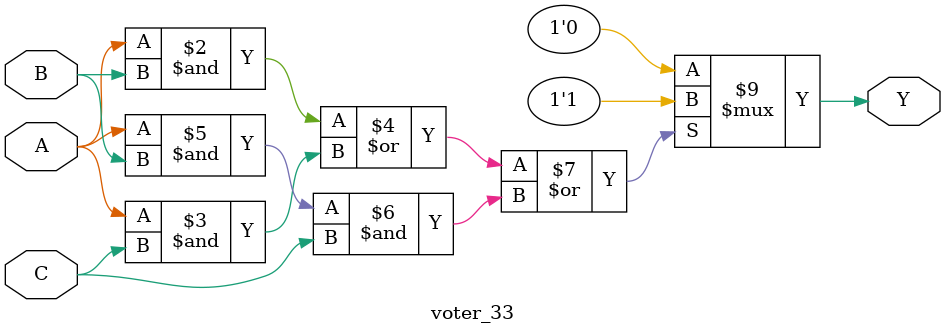
<source format=v>
module voter_33(A,B,C,Y);
		input A, B, C;
		output Y;
		reg Y;
		always@(A or B or C)
			if(A & B|A & C|A & B & C)
					Y = 1;
			else 
					Y = 0;
		// printf(Y);
endmodule
</source>
